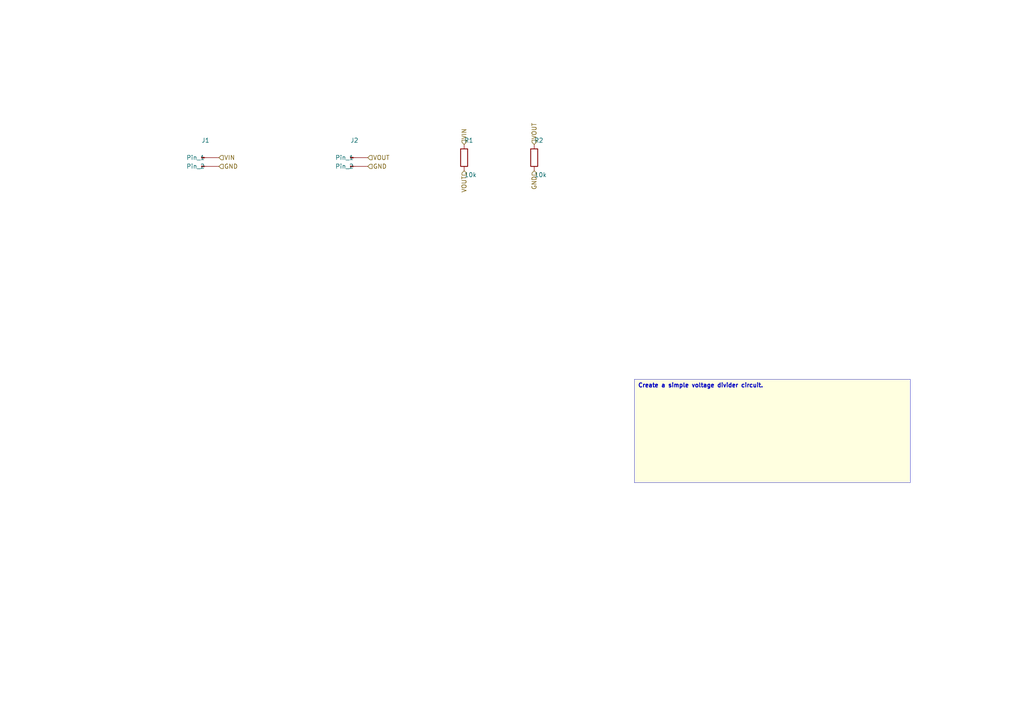
<source format=kicad_sch>
(kicad_sch (version 20250114) (generator "circuit_synth") (generator_version "9.0")
  (paper "A4")
  (lib_symbols
    (symbol "Connector:Conn_01x02_Pin" (pin_numbers hide) (pin_names (offset 0.254))
      (property "Reference" "J" (at 0.0 0.0 0))
      (property "Value" "Conn_01x02_Pin" (at 0.0 0.0 0))
      (symbol "Conn_01x02_Pin_0_1"
        (rectangle (start 0.8636 0.127) (end 0.0 -0.127) (stroke (width 0.1524)) (fill (type outline)))
        (rectangle (start 0.8636 -2.413) (end 0.0 -2.667) (stroke (width 0.1524)) (fill (type outline)))
        (polyline (pts (xy 1.27 0.0) (xy 0.8636 0.0)) (stroke (width 0.1524)))
        (polyline (pts (xy 1.27 -2.54) (xy 0.8636 -2.54)) (stroke (width 0.1524)))
      )
      (symbol "Conn_01x02_Pin_1_1"
        (pin passive line (at 5.08 0.0 180) (length 3.81) (name Pin_1) (number "1"))
        (pin passive line (at 5.08 -2.54 180) (length 3.81) (name Pin_2) (number "2"))
      )
    )
    (symbol "Device:R" (pin_numbers hide) (pin_names (offset 0.254))
      (property "Reference" "R" (at 0.0 0.0 0))
      (property "Value" "R" (at 0.0 0.0 0))
      (symbol "R_0_1"
        (rectangle (start -1.016 -2.54) (end 1.016 2.54) (stroke (width 0.254)))
      )
      (symbol "R_1_1"
        (pin passive line (at 0.0 3.81 270) (length 1.27) (name ~) (number "1"))
        (pin passive line (at 0.0 -3.81 90) (length 1.27) (name ~) (number "2"))
      )
    )
  )
  (title_block (title voltage_divider) (date 2025-08-08) (company Circuit-Synth))
  (symbol (lib_id "Device:R") (at 134.62 45.72 0) (unit 1)
    (property "Reference" "R1" (at 134.62 40.72 0) (effects (justify left)))
    (property "Value" "10k" (at 134.62 50.72 0) (effects (justify left)))
    (property "Footprint" "Resistor_SMD:R_0603_1608Metric" (effects (hide yes)))
  )
  (symbol (lib_id "Device:R") (at 154.94 45.72 0) (unit 1)
    (property "Reference" "R2" (at 154.94 40.72 0) (effects (justify left)))
    (property "Value" "10k" (at 154.94 50.72 0) (effects (justify left)))
    (property "Footprint" "Resistor_SMD:R_0603_1608Metric" (effects (hide yes)))
  )
  (symbol (lib_id "Connector:Conn_01x02_Pin") (at 58.42 45.72 0) (unit 1)
    (property "Reference" "J1" (at 58.42 40.72 0) (effects (justify left)))
    (property "Footprint" "Connector_PinHeader_2.54mm:PinHeader_1x02_P2.54mm_Vertical" (effects (hide yes)))
  )
  (symbol (lib_id "Connector:Conn_01x02_Pin") (at 101.6 45.72 0) (unit 1)
    (property "Reference" "J2" (at 101.6 40.72 0) (effects (justify left)))
    (property "Footprint" "Connector_PinHeader_2.54mm:PinHeader_1x02_P2.54mm_Vertical" (effects (hide yes)))
  )
  (hierarchical_label VIN (shape input) (at 134.62 41.91 90))
  (hierarchical_label VIN (shape input) (at 63.5 45.72 0))
  (hierarchical_label VOUT (shape input) (at 134.62 49.53 270))
  (hierarchical_label VOUT (shape input) (at 154.94 41.91 90))
  (hierarchical_label VOUT (shape input) (at 106.67999999999999 45.72 0))
  (hierarchical_label GND (shape input) (at 154.94 49.53 270))
  (hierarchical_label GND (shape input) (at 63.5 48.26 0))
  (hierarchical_label GND (shape input) (at 106.67999999999999 48.26 0))
  (text_box "Create a simple voltage divider circuit." (exclude_from_sim yes) (at 184.0 110.0 0) (size 80.0 30.0) (margins 1.0 1.0 1.0 1.0) (stroke (width 0.1)) (fill (type color) (color 255 255 224 1)) (effects (font (size 1.2 1.2) (thickness 0.254)) (justify left top)))
)
</source>
